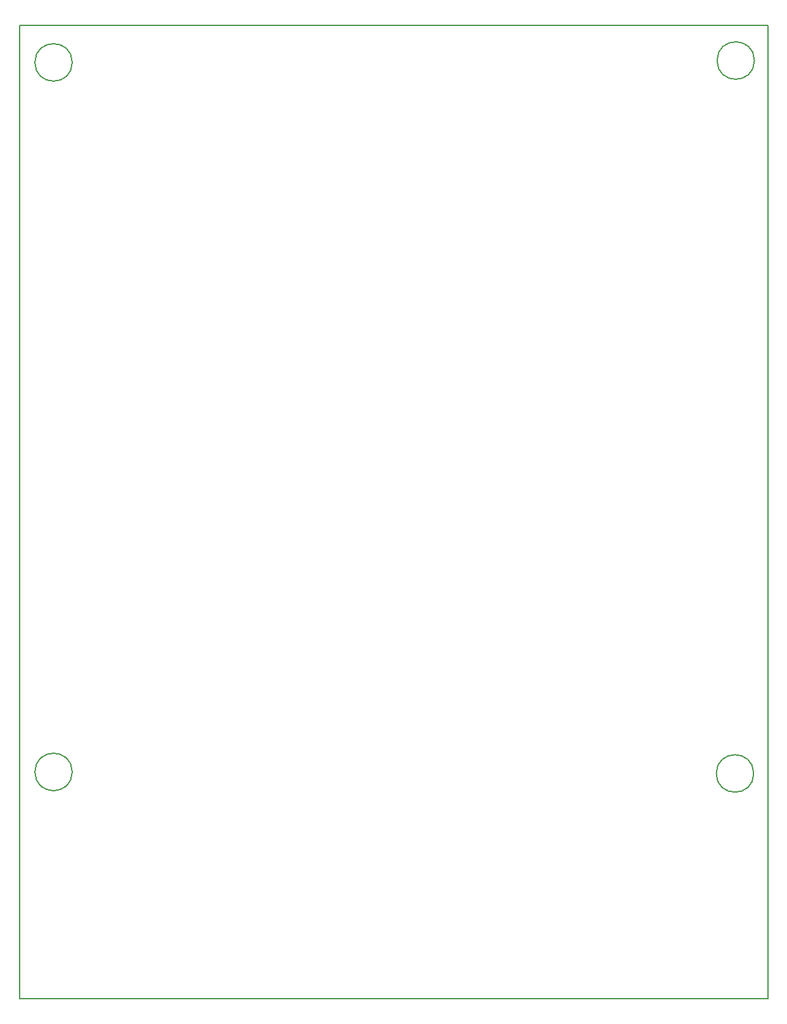
<source format=gbr>
%TF.GenerationSoftware,KiCad,Pcbnew,9.0.7*%
%TF.CreationDate,2026-01-18T12:08:03+01:00*%
%TF.ProjectId,Generator,47656e65-7261-4746-9f72-2e6b69636164,rev?*%
%TF.SameCoordinates,Original*%
%TF.FileFunction,Profile,NP*%
%FSLAX46Y46*%
G04 Gerber Fmt 4.6, Leading zero omitted, Abs format (unit mm)*
G04 Created by KiCad (PCBNEW 9.0.7) date 2026-01-18 12:08:03*
%MOMM*%
%LPD*%
G01*
G04 APERTURE LIST*
%TA.AperFunction,Profile*%
%ADD10C,0.200000*%
%TD*%
G04 APERTURE END LIST*
D10*
X147550000Y-130050000D02*
G75*
G02*
X142550000Y-130050000I-2500000J0D01*
G01*
X142550000Y-130050000D02*
G75*
G02*
X147550000Y-130050000I2500000J0D01*
G01*
X147650000Y-34850000D02*
G75*
G02*
X142650000Y-34850000I-2500000J0D01*
G01*
X142650000Y-34850000D02*
G75*
G02*
X147650000Y-34850000I2500000J0D01*
G01*
X49450000Y-30150000D02*
X149450000Y-30150000D01*
X149450000Y-160150000D01*
X49450000Y-160150000D01*
X49450000Y-30150000D01*
X56500000Y-129850000D02*
G75*
G02*
X51500000Y-129850000I-2500000J0D01*
G01*
X51500000Y-129850000D02*
G75*
G02*
X56500000Y-129850000I2500000J0D01*
G01*
X56500000Y-35100000D02*
G75*
G02*
X51500000Y-35100000I-2500000J0D01*
G01*
X51500000Y-35100000D02*
G75*
G02*
X56500000Y-35100000I2500000J0D01*
G01*
M02*

</source>
